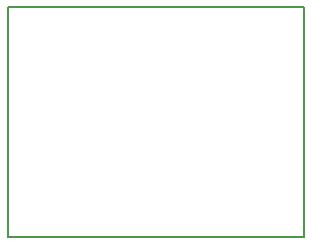
<source format=gbr>
G04 #@! TF.FileFunction,Paste,Bot*
%FSLAX46Y46*%
G04 Gerber Fmt 4.6, Leading zero omitted, Abs format (unit mm)*
G04 Created by KiCad (PCBNEW 4.0.2-stable) date 08/05/2016 13:05:11*
%MOMM*%
G01*
G04 APERTURE LIST*
%ADD10C,0.100000*%
%ADD11C,0.150000*%
G04 APERTURE END LIST*
D10*
D11*
X150000000Y-111500000D02*
X151500000Y-111500000D01*
X154000000Y-111500000D02*
X150000000Y-111500000D01*
X151000000Y-111500000D02*
X154000000Y-111500000D01*
X154000000Y-92000000D02*
X154000000Y-111500000D01*
X129000000Y-92000000D02*
X154000000Y-92000000D01*
X129000000Y-93500000D02*
X129000000Y-92000000D01*
X129000000Y-111500000D02*
X151000000Y-111500000D01*
X129000000Y-93500000D02*
X129000000Y-111500000D01*
M02*

</source>
